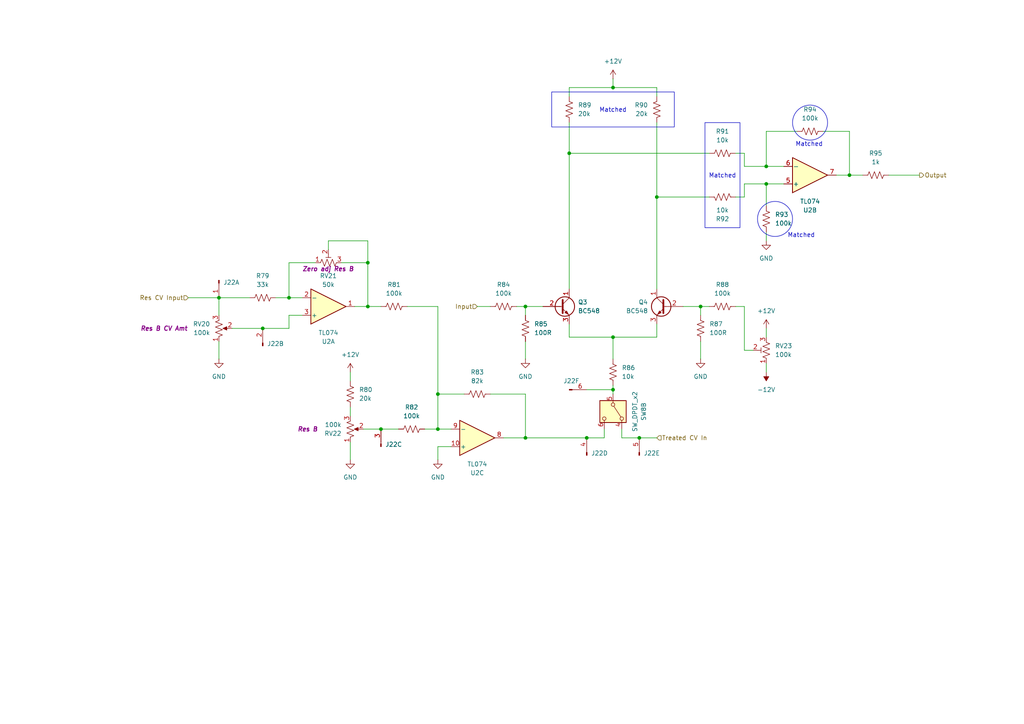
<source format=kicad_sch>
(kicad_sch (version 20231120) (generator "eeschema") (generator_version "8.0")
  (paper "A4")
  (title_block (company "DMH Instruments") (comment 1 "PCB for 10cm Kosmo format synthesizer module"))
  (lib_symbols
    (symbol "Amplifier_Operational:TL074" (pin_names (offset 0.127))
      (property "Reference" "U" (at 0 5.08 0))
      (property "Value" "TL074" (at 0 -5.08 0))
      (symbol "TL074_1_1"
        (polyline (pts (xy -5.08 5.08) (xy 5.08 0) (xy -5.08 -5.08) (xy -5.08 5.08)) (stroke (width 0.254)) (fill (type background)))
        (pin output line (at 7.62 0 180) (length 2.54) (name "~") (number "1"))
        (pin input line (at -7.62 -2.54 0) (length 2.54) (name "-") (number "2"))
        (pin input line (at -7.62 2.54 0) (length 2.54) (name "+") (number "3"))
      )
      (symbol "TL074_2_1"
        (polyline (pts (xy -5.08 5.08) (xy 5.08 0) (xy -5.08 -5.08) (xy -5.08 5.08)) (stroke (width 0.254)) (fill (type background)))
        (pin input line (at -7.62 2.54 0) (length 2.54) (name "+") (number "5"))
        (pin input line (at -7.62 -2.54 0) (length 2.54) (name "-") (number "6"))
        (pin output line (at 7.62 0 180) (length 2.54) (name "~") (number "7"))
      )
      (symbol "TL074_3_1"
        (polyline (pts (xy -5.08 5.08) (xy 5.08 0) (xy -5.08 -5.08) (xy -5.08 5.08)) (stroke (width 0.254)) (fill (type background)))
        (pin input line (at -7.62 2.54 0) (length 2.54) (name "+") (number "10"))
        (pin output line (at 7.62 0 180) (length 2.54) (name "~") (number "8"))
        (pin input line (at -7.62 -2.54 0) (length 2.54) (name "-") (number "9"))
      )
      (symbol "TL074_4_1"
        (polyline (pts (xy -5.08 5.08) (xy 5.08 0) (xy -5.08 -5.08) (xy -5.08 5.08)) (stroke (width 0.254)) (fill (type background)))
        (pin input line (at -7.62 2.54 0) (length 2.54) (name "+") (number "12"))
        (pin input line (at -7.62 -2.54 0) (length 2.54) (name "-") (number "13"))
        (pin output line (at 7.62 0 180) (length 2.54) (name "~") (number "14"))
      )
      (symbol "TL074_5_1"
        (pin power_in line (at -2.54 -7.62 90) (length 3.81) (name "V-") (number "11"))
        (pin power_in line (at -2.54 7.62 270) (length 3.81) (name "V+") (number "4"))
      )
    )
    (symbol "Device:R_Potentiometer_Trim_US" (pin_names (offset 1.016) hide)
      (property "Reference" "RV" (at -4.445 0 90))
      (property "Value" "R_Potentiometer_Trim_US" (at -2.54 0 90))
      (symbol "R_Potentiometer_Trim_US_0_1"
        (polyline (pts (xy 0 -2.286) (xy 0 -2.54)))
        (polyline (pts (xy 0 2.286) (xy 0 2.54)))
        (polyline (pts (xy 1.524 0.762) (xy 1.524 -0.762)))
        (polyline (pts (xy 2.54 0) (xy 1.524 0)))
        (polyline (pts (xy 0 -0.762) (xy 1.016 -1.143) (xy 0 -1.524) (xy -1.016 -1.905) (xy 0 -2.286)))
        (polyline (pts (xy 0 0.762) (xy 1.016 0.381) (xy 0 0) (xy -1.016 -0.381) (xy 0 -0.762)))
        (polyline (pts (xy 0 2.286) (xy 1.016 1.905) (xy 0 1.524) (xy -1.016 1.143) (xy 0 0.762)))
      )
      (symbol "R_Potentiometer_Trim_US_1_1"
        (pin passive line (at 0 3.81 270) (length 1.27) (name "1") (number "1"))
        (pin passive line (at 3.81 0 180) (length 1.27) (name "2") (number "2"))
        (pin passive line (at 0 -3.81 90) (length 1.27) (name "3") (number "3"))
      )
    )
    (symbol "Device:R_Potentiometer_US" (pin_names (offset 1.016) hide)
      (property "Reference" "RV" (at -4.445 0 90))
      (property "Value" "R_Potentiometer_US" (at -2.54 0 90))
      (symbol "R_Potentiometer_US_0_1"
        (polyline (pts (xy 0 -2.286) (xy 0 -2.54)))
        (polyline (pts (xy 0 2.54) (xy 0 2.286)))
        (polyline (pts (xy 2.54 0) (xy 1.524 0)))
        (polyline (pts (xy 1.143 0) (xy 2.286 0.508) (xy 2.286 -0.508) (xy 1.143 0)) (fill (type outline)))
        (polyline (pts (xy 0 -0.762) (xy 1.016 -1.143) (xy 0 -1.524) (xy -1.016 -1.905) (xy 0 -2.286)))
        (polyline (pts (xy 0 0.762) (xy 1.016 0.381) (xy 0 0) (xy -1.016 -0.381) (xy 0 -0.762)))
        (polyline (pts (xy 0 2.286) (xy 1.016 1.905) (xy 0 1.524) (xy -1.016 1.143) (xy 0 0.762)))
      )
      (symbol "R_Potentiometer_US_1_1"
        (pin passive line (at 0 3.81 270) (length 1.27) (name "1") (number "1"))
        (pin passive line (at 3.81 0 180) (length 1.27) (name "2") (number "2"))
        (pin passive line (at 0 -3.81 90) (length 1.27) (name "3") (number "3"))
      )
    )
    (symbol "Device:R_US" (pin_numbers hide) (pin_names (offset 0))
      (property "Reference" "R" (at 2.54 0 90))
      (property "Value" "R_US" (at -2.54 0 90))
      (symbol "R_US_0_1"
        (polyline (pts (xy 0 -2.286) (xy 0 -2.54)))
        (polyline (pts (xy 0 2.286) (xy 0 2.54)))
        (polyline (pts (xy 0 -0.762) (xy 1.016 -1.143) (xy 0 -1.524) (xy -1.016 -1.905) (xy 0 -2.286)))
        (polyline (pts (xy 0 0.762) (xy 1.016 0.381) (xy 0 0) (xy -1.016 -0.381) (xy 0 -0.762)))
        (polyline (pts (xy 0 2.286) (xy 1.016 1.905) (xy 0 1.524) (xy -1.016 1.143) (xy 0 0.762)))
      )
      (symbol "R_US_1_1"
        (pin passive line (at 0 3.81 270) (length 1.27) (name "~") (number "1"))
        (pin passive line (at 0 -3.81 90) (length 1.27) (name "~") (number "2"))
      )
    )
    (symbol "Switch:SW_DPDT_x2" (pin_names (offset 0) hide)
      (property "Reference" "SW" (at 0 5.08 0))
      (property "Value" "SW_DPDT_x2" (at 0 -5.08 0))
      (symbol "SW_DPDT_x2_0_0"
        (circle (center -2.032 0) (radius 0.508))
        (circle (center 2.032 -2.54) (radius 0.508))
      )
      (symbol "SW_DPDT_x2_0_1"
        (rectangle (start -3.175 3.81) (end 3.175 -3.81) (stroke (width 0.254)) (fill (type background)))
        (polyline (pts (xy -1.524 0.254) (xy 1.5748 2.286)))
        (circle (center 2.032 2.54) (radius 0.508))
      )
      (symbol "SW_DPDT_x2_1_1"
        (pin passive line (at 5.08 2.54 180) (length 2.54) (name "A") (number "1"))
        (pin passive line (at -5.08 0 0) (length 2.54) (name "B") (number "2"))
        (pin passive line (at 5.08 -2.54 180) (length 2.54) (name "C") (number "3"))
      )
      (symbol "SW_DPDT_x2_2_1"
        (pin passive line (at 5.08 2.54 180) (length 2.54) (name "A") (number "4"))
        (pin passive line (at -5.08 0 0) (length 2.54) (name "B") (number "5"))
        (pin passive line (at 5.08 -2.54 180) (length 2.54) (name "C") (number "6"))
      )
    )
    (symbol "SynthStuff:Conn_01x06_PinHeader" (pin_names (offset 1.016) hide)
      (property "Reference" "J" (at 0 2.54 0))
      (symbol "Conn_01x06_PinHeader_1_1"
        (polyline (pts (xy 1.27 0) (xy 0.8636 0)) (stroke (width 0.1524)))
        (rectangle (start 0.8636 0.127) (end 0 -0.127) (stroke (width 0.1524)) (fill (type outline)))
        (pin passive line (at 5.08 0 180) (length 3.81) (name "Pin_1") (number "1"))
      )
      (symbol "Conn_01x06_PinHeader_2_1"
        (polyline (pts (xy 1.27 0) (xy 0.8636 0)) (stroke (width 0.1524)))
        (rectangle (start 0.8636 0.127) (end 0 -0.127) (stroke (width 0.1524)) (fill (type outline)))
        (pin passive line (at 5.08 0 180) (length 3.81) (name "Pin_2") (number "2"))
      )
      (symbol "Conn_01x06_PinHeader_3_1"
        (polyline (pts (xy 1.27 0) (xy 0.8636 0)) (stroke (width 0.1524)))
        (rectangle (start 0.8636 0.127) (end 0 -0.127) (stroke (width 0.1524)) (fill (type outline)))
        (pin passive line (at 5.08 0 180) (length 3.81) (name "Pin_3") (number "3"))
      )
      (symbol "Conn_01x06_PinHeader_4_1"
        (polyline (pts (xy 1.27 0) (xy 0.8636 0)) (stroke (width 0.1524)))
        (rectangle (start 0.8636 0.127) (end 0 -0.127) (stroke (width 0.1524)) (fill (type outline)))
        (pin passive line (at 5.08 0 180) (length 3.81) (name "Pin_4") (number "4"))
      )
      (symbol "Conn_01x06_PinHeader_5_1"
        (polyline (pts (xy 1.27 0) (xy 0.8636 0)) (stroke (width 0.1524)))
        (rectangle (start 0.8636 0.127) (end 0 -0.127) (stroke (width 0.1524)) (fill (type outline)))
        (pin passive line (at 5.08 0 180) (length 3.81) (name "Pin_5") (number "5"))
      )
      (symbol "Conn_01x06_PinHeader_6_1"
        (polyline (pts (xy 1.27 0) (xy 0.8636 0)) (stroke (width 0.1524)))
        (rectangle (start 0.8636 0.127) (end 0 -0.127) (stroke (width 0.1524)) (fill (type outline)))
        (pin passive line (at 5.08 0 180) (length 3.81) (name "Pin_6") (number "6"))
      )
    )
    (symbol "Transistor_BJT:BC548" (pin_names (offset 0) hide)
      (property "Reference" "Q" (at 5.08 1.905 0))
      (property "Value" "BC548" (at 5.08 0 0))
      (symbol "BC548_0_1"
        (polyline (pts (xy 0 0) (xy 0.635 0)))
        (polyline (pts (xy 0.635 0.635) (xy 2.54 2.54)))
        (polyline (pts (xy 0.635 -0.635) (xy 2.54 -2.54) (xy 2.54 -2.54)))
        (polyline (pts (xy 0.635 1.905) (xy 0.635 -1.905) (xy 0.635 -1.905)) (stroke (width 0.508)))
        (polyline (pts (xy 1.27 -1.778) (xy 1.778 -1.27) (xy 2.286 -2.286) (xy 1.27 -1.778) (xy 1.27 -1.778)) (fill (type outline)))
        (circle (center 1.27 0) (radius 2.8194) (stroke (width 0.254)))
      )
      (symbol "BC548_1_1"
        (pin passive line (at 2.54 5.08 270) (length 2.54) (name "C") (number "1"))
        (pin input line (at -5.08 0 0) (length 5.08) (name "B") (number "2"))
        (pin passive line (at 2.54 -5.08 90) (length 2.54) (name "E") (number "3"))
      )
    )
    (symbol "power:+12V" (power) (pin_numbers hide) (pin_names (offset 0) hide)
      (property "Value" "+12V" (at 0 3.556 0))
      (symbol "+12V_0_1"
        (polyline (pts (xy -0.762 1.27) (xy 0 2.54)))
        (polyline (pts (xy 0 0) (xy 0 2.54)))
        (polyline (pts (xy 0 2.54) (xy 0.762 1.27)))
      )
      (symbol "+12V_1_1"
        (pin power_in line (at 0 0 90) (length 0) (name "~") (number "1"))
      )
    )
    (symbol "power:-12V" (power) (pin_numbers hide) (pin_names (offset 0) hide)
      (property "Value" "-12V" (at 0 3.556 0))
      (symbol "-12V_0_0"
        (pin power_in line (at 0 0 90) (length 0) (name "~") (number "1"))
      )
      (symbol "-12V_0_1"
        (polyline (pts (xy 0 0) (xy 0 1.27) (xy 0.762 1.27) (xy 0 2.54) (xy -0.762 1.27) (xy 0 1.27)) (fill (type outline)))
      )
    )
    (symbol "power:GND" (power) (pin_numbers hide) (pin_names (offset 0) hide)
      (property "Value" "GND" (at 0 -3.81 0))
      (symbol "GND_0_1"
        (polyline (pts (xy 0 0) (xy 0 -1.27) (xy 1.27 -1.27) (xy 0 -2.54) (xy -1.27 -1.27) (xy 0 -1.27)))
      )
      (symbol "GND_1_1"
        (pin power_in line (at 0 0 270) (length 0) (name "~") (number "1"))
      )
    )
  )
  (junction (at 177.8 113.03))
  (junction (at 106.68 88.9))
  (junction (at 190.5 57.15))
  (junction (at 165.1 44.45))
  (junction (at 170.18 127))
  (junction (at 222.25 53.34))
  (junction (at 177.8 25.4))
  (junction (at 246.38 50.8))
  (junction (at 185.42 127))
  (junction (at 63.5 86.36))
  (junction (at 127 124.46))
  (junction (at 152.4 127))
  (junction (at 152.4 88.9))
  (junction (at 110.49 124.46))
  (junction (at 203.2 88.9))
  (junction (at 106.68 76.2))
  (junction (at 127 114.3))
  (junction (at 222.25 48.26))
  (junction (at 177.8 97.79))
  (junction (at 76.2 95.25))
  (junction (at 83.82 86.36))
  (wire (pts (xy 215.9 48.26) (xy 222.25 48.26)))
  (wire (pts (xy 190.5 57.15) (xy 190.5 83.82)))
  (wire (pts (xy 54.61 86.36) (xy 63.5 86.36)))
  (wire (pts (xy 190.5 25.4) (xy 177.8 25.4)))
  (wire (pts (xy 101.6 128.27) (xy 101.6 133.35)))
  (wire (pts (xy 165.1 44.45) (xy 205.74 44.45)))
  (wire (pts (xy 165.1 97.79) (xy 177.8 97.79)))
  (wire (pts (xy 127 114.3) (xy 127 124.46)))
  (wire (pts (xy 213.36 44.45) (xy 215.9 44.45)))
  (wire (pts (xy 222.25 67.31) (xy 222.25 69.85)))
  (wire (pts (xy 203.2 88.9) (xy 203.2 91.44)))
  (wire (pts (xy 67.31 95.25) (xy 76.2 95.25)))
  (wire (pts (xy 215.9 88.9) (xy 215.9 101.6)))
  (wire (pts (xy 165.1 44.45) (xy 165.1 83.82)))
  (wire (pts (xy 83.82 95.25) (xy 83.82 91.44)))
  (wire (pts (xy 222.25 95.25) (xy 222.25 97.79)))
  (wire (pts (xy 152.4 88.9) (xy 152.4 91.44)))
  (wire (pts (xy 257.81 50.8) (xy 266.7 50.8)))
  (wire (pts (xy 101.6 107.95) (xy 101.6 110.49)))
  (wire (pts (xy 106.68 88.9) (xy 110.49 88.9)))
  (wire (pts (xy 123.19 124.46) (xy 127 124.46)))
  (wire (pts (xy 238.76 38.1) (xy 246.38 38.1)))
  (wire (pts (xy 246.38 50.8) (xy 250.19 50.8)))
  (wire (pts (xy 80.01 86.36) (xy 83.82 86.36)))
  (wire (pts (xy 222.25 38.1) (xy 222.25 48.26)))
  (wire (pts (xy 222.25 53.34) (xy 227.33 53.34)))
  (wire (pts (xy 190.5 27.94) (xy 190.5 25.4)))
  (wire (pts (xy 95.25 69.85) (xy 106.68 69.85)))
  (wire (pts (xy 222.25 105.41) (xy 222.25 107.95)))
  (wire (pts (xy 165.1 27.94) (xy 165.1 25.4)))
  (wire (pts (xy 83.82 86.36) (xy 87.63 86.36)))
  (wire (pts (xy 152.4 127) (xy 170.18 127)))
  (wire (pts (xy 165.1 35.56) (xy 165.1 44.45)))
  (wire (pts (xy 190.5 93.98) (xy 190.5 97.79)))
  (wire (pts (xy 185.42 127) (xy 190.5 127)))
  (wire (pts (xy 127 124.46) (xy 130.81 124.46)))
  (wire (pts (xy 215.9 44.45) (xy 215.9 48.26)))
  (wire (pts (xy 177.8 25.4) (xy 177.8 22.86)))
  (wire (pts (xy 101.6 118.11) (xy 101.6 120.65)))
  (wire (pts (xy 152.4 88.9) (xy 157.48 88.9)))
  (wire (pts (xy 118.11 88.9) (xy 127 88.9)))
  (wire (pts (xy 149.86 88.9) (xy 152.4 88.9)))
  (wire (pts (xy 190.5 57.15) (xy 205.74 57.15)))
  (wire (pts (xy 106.68 88.9) (xy 102.87 88.9)))
  (wire (pts (xy 190.5 97.79) (xy 177.8 97.79)))
  (wire (pts (xy 222.25 48.26) (xy 227.33 48.26)))
  (wire (pts (xy 180.34 127) (xy 185.42 127)))
  (wire (pts (xy 152.4 99.06) (xy 152.4 104.14)))
  (wire (pts (xy 63.5 86.36) (xy 63.5 91.44)))
  (wire (pts (xy 170.18 127) (xy 175.26 127)))
  (wire (pts (xy 231.14 38.1) (xy 222.25 38.1)))
  (wire (pts (xy 177.8 113.03) (xy 177.8 114.3)))
  (wire (pts (xy 203.2 99.06) (xy 203.2 104.14)))
  (wire (pts (xy 130.81 129.54) (xy 127 129.54)))
  (wire (pts (xy 142.24 114.3) (xy 152.4 114.3)))
  (wire (pts (xy 222.25 53.34) (xy 222.25 59.69)))
  (wire (pts (xy 63.5 86.36) (xy 72.39 86.36)))
  (wire (pts (xy 175.26 124.46) (xy 175.26 127)))
  (wire (pts (xy 198.12 88.9) (xy 203.2 88.9)))
  (wire (pts (xy 177.8 111.76) (xy 177.8 113.03)))
  (wire (pts (xy 215.9 53.34) (xy 222.25 53.34)))
  (wire (pts (xy 83.82 91.44) (xy 87.63 91.44)))
  (wire (pts (xy 146.05 127) (xy 152.4 127)))
  (wire (pts (xy 215.9 101.6) (xy 218.44 101.6)))
  (wire (pts (xy 213.36 57.15) (xy 215.9 57.15)))
  (wire (pts (xy 134.62 114.3) (xy 127 114.3)))
  (wire (pts (xy 105.41 124.46) (xy 110.49 124.46)))
  (wire (pts (xy 106.68 76.2) (xy 106.68 88.9)))
  (wire (pts (xy 190.5 35.56) (xy 190.5 57.15)))
  (wire (pts (xy 180.34 124.46) (xy 180.34 127)))
  (wire (pts (xy 177.8 97.79) (xy 177.8 104.14)))
  (wire (pts (xy 127 129.54) (xy 127 133.35)))
  (wire (pts (xy 203.2 88.9) (xy 205.74 88.9)))
  (wire (pts (xy 215.9 57.15) (xy 215.9 53.34)))
  (wire (pts (xy 83.82 76.2) (xy 83.82 86.36)))
  (wire (pts (xy 246.38 38.1) (xy 246.38 50.8)))
  (wire (pts (xy 110.49 124.46) (xy 115.57 124.46)))
  (wire (pts (xy 242.57 50.8) (xy 246.38 50.8)))
  (wire (pts (xy 127 88.9) (xy 127 114.3)))
  (wire (pts (xy 106.68 69.85) (xy 106.68 76.2)))
  (wire (pts (xy 99.06 76.2) (xy 106.68 76.2)))
  (wire (pts (xy 76.2 95.25) (xy 83.82 95.25)))
  (wire (pts (xy 152.4 114.3) (xy 152.4 127)))
  (wire (pts (xy 83.82 76.2) (xy 91.44 76.2)))
  (wire (pts (xy 138.43 88.9) (xy 142.24 88.9)))
  (wire (pts (xy 63.5 99.06) (xy 63.5 104.14)))
  (wire (pts (xy 165.1 25.4) (xy 177.8 25.4)))
  (wire (pts (xy 165.1 93.98) (xy 165.1 97.79)))
  (wire (pts (xy 95.25 72.39) (xy 95.25 69.85)))
  (wire (pts (xy 170.18 113.03) (xy 177.8 113.03)))
  (wire (pts (xy 213.36 88.9) (xy 215.9 88.9)))
  (rectangle (start 160.02 26.67) (end 195.58 36.83))
  (circle (center 224.79 63.5) (radius 5.08))
  (circle (center 234.95 35.56) (radius 5.08))
  (rectangle (start 204.47 35.56) (end 214.63 66.04))
  (text "Matched" (at 177.8 32.004 0) (effects (font (size 1.27 1.27))))
  (text "Matched" (at 234.696 41.91 0) (effects (font (size 1.27 1.27))))
  (text "Matched" (at 232.41 68.326 0) (effects (font (size 1.27 1.27))))
  (text "Matched" (at 209.55 51.054 0) (effects (font (size 1.27 1.27))))
  (hierarchical_label "Res CV Input" (shape input) (at 54.61 86.36 180))
  (hierarchical_label "Input" (shape input) (at 138.43 88.9 180))
  (hierarchical_label "Treated CV In" (shape input) (at 190.5 127 0))
  (hierarchical_label "Output" (shape output) (at 266.7 50.8 0))
  (symbol (lib_id "Amplifier_Operational:TL074") (at 95.25 88.9 0) (mirror x) (unit 1)
    (property "Reference" "U2" (at 95.25 99.06 0))
    (property "Value" "TL074" (at 95.25 96.52 0))
    (property "Footprint" "Package_DIP:DIP-14_W7.62mm_Socket" (effects (hide yes)))
    (property "Datasheet" "http://www.ti.com/lit/ds/symlink/tl071.pdf" (effects (hide yes)))
    (property "Description" "Quad Low-Noise JFET-Input Operational Amplifiers, DIP-14/SOIC-14" (effects (hide yes)))
  )
  (symbol (lib_id "power:-12V") (at 222.25 107.95 180) (unit 1)
    (property "Reference" "#PWR075" (effects (hide yes)))
    (property "Value" "-12V" (at 222.25 113.03 0))
    (property "Description" "Power symbol creates a global label with name \"-12V\"" (effects (hide yes)))
  )
  (symbol (lib_id "power:GND") (at 222.25 69.85 0) (unit 1)
    (property "Reference" "#PWR072" (effects (hide yes)))
    (property "Value" "GND" (at 222.25 74.93 0))
    (property "Description" "Power symbol creates a global label with name \"GND\" , ground" (effects (hide yes)))
  )
  (symbol (lib_id "power:GND") (at 101.6 133.35 0) (unit 1)
    (property "Reference" "#PWR067" (effects (hide yes)))
    (property "Value" "GND" (at 101.6 138.43 0))
    (property "Description" "Power symbol creates a global label with name \"GND\" , ground" (effects (hide yes)))
  )
  (symbol (lib_id "Device:R_US") (at 209.55 57.15 270) (mirror x) (unit 1)
    (property "Reference" "R92" (at 209.55 63.5 90))
    (property "Value" "10k" (at 209.55 60.96 90))
    (property "Footprint" "Resistor_THT:R_Axial_DIN0207_L6.3mm_D2.5mm_P7.62mm_Horizontal" (effects (hide yes)))
    (property "Description" "Resistor, US symbol" (effects (hide yes)))
  )
  (symbol (lib_id "Device:R_US") (at 146.05 88.9 270) (unit 1)
    (property "Reference" "R84" (at 146.05 82.55 90))
    (property "Value" "100k" (at 146.05 85.09 90))
    (property "Footprint" "Resistor_THT:R_Axial_DIN0207_L6.3mm_D2.5mm_P7.62mm_Horizontal" (effects (hide yes)))
    (property "Description" "Resistor, US symbol" (effects (hide yes)))
  )
  (symbol (lib_id "Device:R_US") (at 177.8 107.95 180) (unit 1)
    (property "Reference" "R86" (at 180.34 106.6799 0) (effects (justify right)))
    (property "Value" "10k" (at 180.34 109.2199 0) (effects (justify right)))
    (property "Footprint" "Resistor_THT:R_Axial_DIN0207_L6.3mm_D2.5mm_P7.62mm_Horizontal" (effects (hide yes)))
    (property "Description" "Resistor, US symbol" (effects (hide yes)))
  )
  (symbol (lib_id "Device:R_US") (at 152.4 95.25 180) (unit 1)
    (property "Reference" "R85" (at 154.94 93.9799 0) (effects (justify right)))
    (property "Value" "100R" (at 154.94 96.5199 0) (effects (justify right)))
    (property "Footprint" "Resistor_THT:R_Axial_DIN0207_L6.3mm_D2.5mm_P7.62mm_Horizontal" (effects (hide yes)))
    (property "Description" "Resistor, US symbol" (effects (hide yes)))
  )
  (symbol (lib_id "SynthStuff:Conn_01x06_PinHeader") (at 76.2 100.33 90) (unit 2)
    (property "Reference" "J22" (at 77.47 99.6949 90) (effects (justify right)))
    (property "Value" "Conn_01x06_PinHeader" (effects (hide yes)))
    (property "Footprint" "Connector_PinHeader_2.54mm:PinHeader_1x10_P2.54mm_Vertical" (effects (hide yes)))
    (property "Description" "Generic connector, single row, 01x06" (effects (hide yes)))
  )
  (symbol (lib_id "Device:R_US") (at 222.25 63.5 0) (unit 1)
    (property "Reference" "R93" (at 224.79 62.2299 0) (effects (justify left)))
    (property "Value" "100k" (at 224.79 64.7699 0) (effects (justify left)))
    (property "Footprint" "Resistor_THT:R_Axial_DIN0207_L6.3mm_D2.5mm_P7.62mm_Horizontal" (effects (hide yes)))
    (property "Description" "Resistor, US symbol" (effects (hide yes)))
  )
  (symbol (lib_id "SynthStuff:Conn_01x06_PinHeader") (at 170.18 132.08 90) (unit 4)
    (property "Reference" "J22" (at 171.45 131.4449 90) (effects (justify right)))
    (property "Value" "Conn_01x06_PinHeader" (effects (hide yes)))
    (property "Description" "Generic connector, single row, 01x06" (effects (hide yes)))
  )
  (symbol (lib_id "Device:R_US") (at 203.2 95.25 180) (unit 1)
    (property "Reference" "R87" (at 205.74 93.9799 0) (effects (justify right)))
    (property "Value" "100R" (at 205.74 96.5199 0) (effects (justify right)))
    (property "Footprint" "Resistor_THT:R_Axial_DIN0207_L6.3mm_D2.5mm_P7.62mm_Horizontal" (effects (hide yes)))
    (property "Description" "Resistor, US symbol" (effects (hide yes)))
  )
  (symbol (lib_id "power:GND") (at 203.2 104.14 0) (unit 1)
    (property "Reference" "#PWR071" (effects (hide yes)))
    (property "Value" "GND" (at 203.2 109.22 0))
    (property "Description" "Power symbol creates a global label with name \"GND\" , ground" (effects (hide yes)))
  )
  (symbol (lib_id "Amplifier_Operational:TL074") (at 234.95 50.8 0) (mirror x) (unit 2)
    (property "Reference" "U2" (at 234.95 60.96 0))
    (property "Value" "TL074" (at 234.95 58.42 0))
    (property "Footprint" "Package_DIP:DIP-14_W7.62mm_Socket" (effects (hide yes)))
    (property "Datasheet" "http://www.ti.com/lit/ds/symlink/tl071.pdf" (effects (hide yes)))
    (property "Description" "Quad Low-Noise JFET-Input Operational Amplifiers, DIP-14/SOIC-14" (effects (hide yes)))
  )
  (symbol (lib_id "Transistor_BJT:BC548") (at 193.04 88.9 0) (mirror y) (unit 1)
    (property "Reference" "Q4" (at 187.96 87.6299 0) (effects (justify left)))
    (property "Value" "BC548" (at 187.96 90.1699 0) (effects (justify left)))
    (property "Footprint" "Package_TO_SOT_THT:TO-92L_Inline_Wide" (effects (hide yes)))
    (property "Datasheet" "https://www.onsemi.com/pub/Collateral/BC550-D.pdf" (effects (hide yes)))
    (property "Description" "0.1A Ic, 30V Vce, Small Signal NPN Transistor, TO-92" (effects (hide yes)))
  )
  (symbol (lib_id "Switch:SW_DPDT_x2") (at 177.8 119.38 270) (unit 2)
    (property "Reference" "SW8" (at 186.69 119.38 0))
    (property "Value" "SW_DPDT_x2" (at 184.15 119.38 0))
    (property "Footprint" "SynthStuff:Toggle_Switch_2_Poles_TE" (effects (hide yes)))
    (property "Description" "Switch, dual pole double throw, separate symbols" (effects (hide yes)))
  )
  (symbol (lib_id "Transistor_BJT:BC548") (at 162.56 88.9 0) (unit 1)
    (property "Reference" "Q3" (at 167.64 87.6299 0) (effects (justify left)))
    (property "Value" "BC548" (at 167.64 90.1699 0) (effects (justify left)))
    (property "Footprint" "Package_TO_SOT_THT:TO-92L_Inline_Wide" (effects (hide yes)))
    (property "Datasheet" "https://www.onsemi.com/pub/Collateral/BC550-D.pdf" (effects (hide yes)))
    (property "Description" "0.1A Ic, 30V Vce, Small Signal NPN Transistor, TO-92" (effects (hide yes)))
  )
  (symbol (lib_id "SynthStuff:Conn_01x06_PinHeader") (at 165.1 113.03 0) (unit 6)
    (property "Reference" "J22" (at 165.735 110.49 0))
    (property "Value" "Conn_01x06_PinHeader" (effects (hide yes)))
    (property "Description" "Generic connector, single row, 01x06" (effects (hide yes)))
  )
  (symbol (lib_id "Device:R_Potentiometer_Trim_US") (at 95.25 76.2 90) (unit 1)
    (property "Reference" "RV21" (at 95.25 80.01 90))
    (property "Value" "50k" (at 95.25 82.55 90))
    (property "Footprint" "Potentiometer_THT:Potentiometer_Bourns_3296W_Vertical" (effects (hide yes)))
    (property "Description" "Trim-potentiometer, US symbol" (effects (hide yes)))
    (property "Function" "Zero adj Res B" (at 95.25 77.978 90) (effects (font (thickness 0.254) (bold yes) (italic yes))))
  )
  (symbol (lib_id "power:GND") (at 127 133.35 0) (unit 1)
    (property "Reference" "#PWR068" (effects (hide yes)))
    (property "Value" "GND" (at 127 138.43 0))
    (property "Description" "Power symbol creates a global label with name \"GND\" , ground" (effects (hide yes)))
  )
  (symbol (lib_id "SynthStuff:Conn_01x06_PinHeader") (at 63.5 81.28 270) (unit 1)
    (property "Reference" "J22" (at 64.77 81.9149 90) (effects (justify left)))
    (property "Value" "Conn_01x06_PinHeader" (effects (hide yes)))
    (property "Footprint" "Connector_PinHeader_2.54mm:PinHeader_1x10_P2.54mm_Vertical" (effects (hide yes)))
    (property "Description" "Generic connector, single row, 01x06" (effects (hide yes)))
  )
  (symbol (lib_id "Device:R_US") (at 234.95 38.1 270) (unit 1)
    (property "Reference" "R94" (at 234.95 31.75 90))
    (property "Value" "100k" (at 234.95 34.29 90))
    (property "Footprint" "Resistor_THT:R_Axial_DIN0207_L6.3mm_D2.5mm_P7.62mm_Horizontal" (effects (hide yes)))
    (property "Description" "Resistor, US symbol" (effects (hide yes)))
  )
  (symbol (lib_id "SynthStuff:Conn_01x06_PinHeader") (at 185.42 132.08 90) (unit 5)
    (property "Reference" "J22" (at 186.69 131.4449 90) (effects (justify right)))
    (property "Value" "Conn_01x06_PinHeader" (effects (hide yes)))
    (property "Description" "Generic connector, single row, 01x06" (effects (hide yes)))
  )
  (symbol (lib_id "Device:R_US") (at 254 50.8 270) (unit 1)
    (property "Reference" "R95" (at 254 44.45 90))
    (property "Value" "1k" (at 254 46.99 90))
    (property "Footprint" "Resistor_THT:R_Axial_DIN0207_L6.3mm_D2.5mm_P7.62mm_Horizontal" (effects (hide yes)))
    (property "Description" "Resistor, US symbol" (effects (hide yes)))
  )
  (symbol (lib_id "Device:R_US") (at 209.55 88.9 270) (unit 1)
    (property "Reference" "R88" (at 209.55 82.55 90))
    (property "Value" "100k" (at 209.55 85.09 90))
    (property "Footprint" "Resistor_THT:R_Axial_DIN0207_L6.3mm_D2.5mm_P7.62mm_Horizontal" (effects (hide yes)))
    (property "Description" "Resistor, US symbol" (effects (hide yes)))
  )
  (symbol (lib_id "Device:R_US") (at 101.6 114.3 180) (unit 1)
    (property "Reference" "R80" (at 104.14 113.0299 0) (effects (justify right)))
    (property "Value" "20k" (at 104.14 115.5699 0) (effects (justify right)))
    (property "Footprint" "Resistor_THT:R_Axial_DIN0207_L6.3mm_D2.5mm_P7.62mm_Horizontal" (effects (hide yes)))
    (property "Description" "Resistor, US symbol" (effects (hide yes)))
  )
  (symbol (lib_id "power:GND") (at 63.5 104.14 0) (unit 1)
    (property "Reference" "#PWR065" (effects (hide yes)))
    (property "Value" "GND" (at 63.5 109.22 0))
    (property "Description" "Power symbol creates a global label with name \"GND\" , ground" (effects (hide yes)))
  )
  (symbol (lib_id "Device:R_Potentiometer_US") (at 101.6 124.46 0) (mirror x) (unit 1)
    (property "Reference" "RV22" (at 99.06 125.7301 0) (effects (justify right)))
    (property "Value" "100k" (at 99.06 123.1901 0) (effects (justify right)))
    (property "Footprint" "SynthStuff:Potentiometer_Alpha_RD901F-40-00D_Single_Vertical" (effects (hide yes)))
    (property "Description" "Potentiometer, US symbol" (effects (hide yes)))
    (property "Function" "Res B" (at 89.154 124.46 0) (effects (font (thickness 0.254) (bold yes) (italic yes))))
  )
  (symbol (lib_id "Device:R_US") (at 138.43 114.3 90) (unit 1)
    (property "Reference" "R83" (at 138.43 107.95 90))
    (property "Value" "82k" (at 138.43 110.49 90))
    (property "Footprint" "Resistor_THT:R_Axial_DIN0207_L6.3mm_D2.5mm_P7.62mm_Horizontal" (effects (hide yes)))
    (property "Description" "Resistor, US symbol" (effects (hide yes)))
  )
  (symbol (lib_id "power:+12V") (at 101.6 107.95 0) (unit 1)
    (property "Reference" "#PWR066" (effects (hide yes)))
    (property "Value" "+12V" (at 101.6 102.87 0))
    (property "Description" "Power symbol creates a global label with name \"+12V\"" (effects (hide yes)))
  )
  (symbol (lib_id "Device:R_US") (at 76.2 86.36 90) (unit 1)
    (property "Reference" "R79" (at 76.2 80.01 90))
    (property "Value" "33k" (at 76.2 82.55 90))
    (property "Footprint" "Resistor_THT:R_Axial_DIN0207_L6.3mm_D2.5mm_P7.62mm_Horizontal" (effects (hide yes)))
    (property "Description" "Resistor, US symbol" (effects (hide yes)))
  )
  (symbol (lib_id "Amplifier_Operational:TL074") (at 138.43 127 0) (mirror x) (unit 3)
    (property "Reference" "U2" (at 138.43 137.16 0))
    (property "Value" "TL074" (at 138.43 134.62 0))
    (property "Footprint" "Package_DIP:DIP-14_W7.62mm_Socket" (effects (hide yes)))
    (property "Datasheet" "http://www.ti.com/lit/ds/symlink/tl071.pdf" (effects (hide yes)))
    (property "Description" "Quad Low-Noise JFET-Input Operational Amplifiers, DIP-14/SOIC-14" (effects (hide yes)))
  )
  (symbol (lib_id "power:+12V") (at 177.8 22.86 0) (unit 1)
    (property "Reference" "#PWR070" (effects (hide yes)))
    (property "Value" "+12V" (at 177.8 17.78 0))
    (property "Description" "Power symbol creates a global label with name \"+12V\"" (effects (hide yes)))
  )
  (symbol (lib_id "SynthStuff:Conn_01x06_PinHeader") (at 110.49 129.54 90) (unit 3)
    (property "Reference" "J22" (at 111.76 128.9049 90) (effects (justify right)))
    (property "Value" "Conn_01x06_PinHeader" (effects (hide yes)))
    (property "Footprint" "Connector_PinHeader_2.54mm:PinHeader_1x10_P2.54mm_Vertical" (effects (hide yes)))
    (property "Description" "Generic connector, single row, 01x06" (effects (hide yes)))
  )
  (symbol (lib_id "Device:R_US") (at 190.5 31.75 0) (mirror x) (unit 1)
    (property "Reference" "R90" (at 187.96 30.4799 0) (effects (justify right)))
    (property "Value" "20k" (at 187.96 33.0199 0) (effects (justify right)))
    (property "Footprint" "Resistor_THT:R_Axial_DIN0207_L6.3mm_D2.5mm_P7.62mm_Horizontal" (effects (hide yes)))
    (property "Description" "Resistor, US symbol" (effects (hide yes)))
  )
  (symbol (lib_id "power:+12V") (at 222.25 95.25 0) (unit 1)
    (property "Reference" "#PWR074" (effects (hide yes)))
    (property "Value" "+12V" (at 222.25 90.17 0))
    (property "Description" "Power symbol creates a global label with name \"+12V\"" (effects (hide yes)))
  )
  (symbol (lib_id "Device:R_Potentiometer_US") (at 63.5 95.25 0) (mirror x) (unit 1)
    (property "Reference" "RV20" (at 60.96 93.9799 0) (effects (justify right)))
    (property "Value" "100k" (at 60.96 96.5199 0) (effects (justify right)))
    (property "Footprint" "SynthStuff:Potentiometer_TT_P110KH1" (effects (hide yes)))
    (property "Description" "Potentiometer, US symbol" (effects (hide yes)))
    (property "Function" "Res B CV Amt" (at 47.498 95.25 0) (effects (font (thickness 0.254) (bold yes) (italic yes))))
  )
  (symbol (lib_id "Device:R_US") (at 119.38 124.46 90) (unit 1)
    (property "Reference" "R82" (at 119.38 118.11 90))
    (property "Value" "100k" (at 119.38 120.65 90))
    (property "Footprint" "Resistor_THT:R_Axial_DIN0207_L6.3mm_D2.5mm_P7.62mm_Horizontal" (effects (hide yes)))
    (property "Description" "Resistor, US symbol" (effects (hide yes)))
  )
  (symbol (lib_id "Device:R_Potentiometer_Trim_US") (at 222.25 101.6 180) (unit 1)
    (property "Reference" "RV23" (at 224.79 100.3299 0) (effects (justify right)))
    (property "Value" "100k" (at 224.79 102.8699 0) (effects (justify right)))
    (property "Footprint" "Potentiometer_THT:Potentiometer_Bourns_3296W_Vertical" (effects (hide yes)))
    (property "Description" "Trim-potentiometer, US symbol" (effects (hide yes)))
  )
  (symbol (lib_id "Device:R_US") (at 114.3 88.9 90) (unit 1)
    (property "Reference" "R81" (at 114.3 82.55 90))
    (property "Value" "100k" (at 114.3 85.09 90))
    (property "Footprint" "Resistor_THT:R_Axial_DIN0207_L6.3mm_D2.5mm_P7.62mm_Horizontal" (effects (hide yes)))
    (property "Description" "Resistor, US symbol" (effects (hide yes)))
  )
  (symbol (lib_id "Device:R_US") (at 209.55 44.45 270) (unit 1)
    (property "Reference" "R91" (at 209.55 38.1 90))
    (property "Value" "10k" (at 209.55 40.64 90))
    (property "Footprint" "Resistor_THT:R_Axial_DIN0207_L6.3mm_D2.5mm_P7.62mm_Horizontal" (effects (hide yes)))
    (property "Description" "Resistor, US symbol" (effects (hide yes)))
  )
  (symbol (lib_id "power:GND") (at 152.4 104.14 0) (unit 1)
    (property "Reference" "#PWR069" (effects (hide yes)))
    (property "Value" "GND" (at 152.4 109.22 0))
    (property "Description" "Power symbol creates a global label with name \"GND\" , ground" (effects (hide yes)))
  )
  (symbol (lib_id "Device:R_US") (at 165.1 31.75 180) (unit 1)
    (property "Reference" "R89" (at 167.64 30.4799 0) (effects (justify right)))
    (property "Value" "20k" (at 167.64 33.0199 0) (effects (justify right)))
    (property "Footprint" "Resistor_THT:R_Axial_DIN0207_L6.3mm_D2.5mm_P7.62mm_Horizontal" (effects (hide yes)))
    (property "Description" "Resistor, US symbol" (effects (hide yes)))
  )
)
</source>
